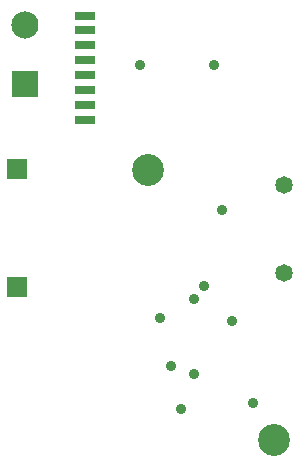
<source format=gbr>
%TF.GenerationSoftware,Altium Limited,Altium Designer,20.0.13 (296)*%
G04 Layer_Color=16711935*
%FSLAX45Y45*%
%MOMM*%
%TF.FileFunction,Soldermask,Bot*%
%TF.Part,Single*%
G01*
G75*
%TA.AperFunction,ComponentPad*%
%ADD35C,2.30320*%
%ADD36R,2.30320X2.30320*%
%ADD37C,1.48320*%
%ADD38R,1.70320X1.70320*%
%ADD39R,1.80320X0.80320*%
%TA.AperFunction,ViaPad*%
%ADD40C,2.70320*%
%ADD41C,0.90320*%
D35*
X8724900Y9394002D02*
D03*
D36*
Y8893998D02*
D03*
D37*
X10922000Y7289800D02*
D03*
Y8039100D02*
D03*
D38*
X8659998Y7175500D02*
D03*
Y8176900D02*
D03*
D39*
X9232900Y9220200D02*
D03*
Y9093200D02*
D03*
Y8966200D02*
D03*
Y8839200D02*
D03*
Y8712200D02*
D03*
Y8585200D02*
D03*
Y9347220D02*
D03*
Y9471660D02*
D03*
D40*
X10833100Y5880100D02*
D03*
X9766300Y8166100D02*
D03*
D41*
X9702800Y9055100D02*
D03*
X10325100D02*
D03*
X9959340Y6503619D02*
D03*
X10047757Y6138697D02*
D03*
X10482580Y6891020D02*
D03*
X10396220Y7830820D02*
D03*
X10655300Y6192520D02*
D03*
X10241280Y7180097D02*
D03*
X10154920Y7073351D02*
D03*
Y6438900D02*
D03*
X9870440Y6908800D02*
D03*
%TF.MD5,b77a56c010786b2c32fec7c8a163d8d6*%
M02*

</source>
